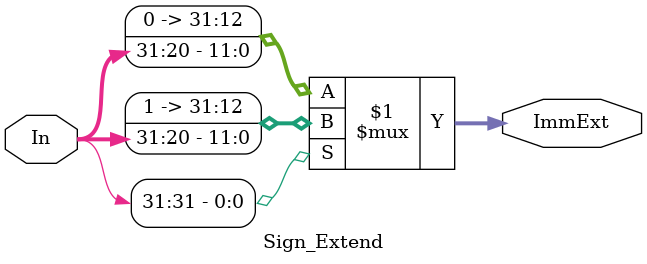
<source format=v>

module Sign_Extend (In, ImmExt);
    
    input [31:0] In; // There's nothing written in the pic, so gave a name In.
    output [31:0] ImmExt;

    // It means -> In[31] is by default == 1'b1. Then MSB's 31:12 bits will be either 1 or 0 & LSB's 11:0 will be In's 31:20's value.
    assign ImmExt = {In[31]} ? {{20{1'b1}}, {In[31:20]}} :
                               {{20{1'b0}}, {In[31:20]}};

endmodule
</source>
